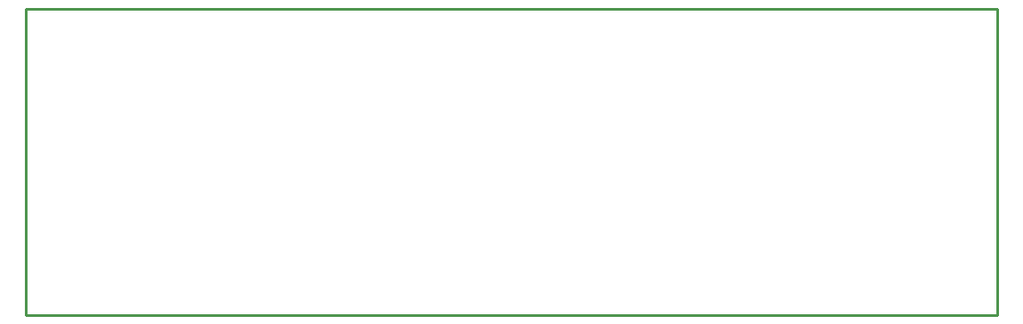
<source format=gko>
G04 Layer: BoardOutlineLayer*
G04 EasyEDA Pro v1.7.24, 2022-06-27 15:34:45*
G04 Gerber Generator version 0.3*
G04 Scale: 100 percent, Rotated: No, Reflected: No*
G04 Dimensions in millimeters*
G04 Leading zeros omitted, absolute positions, 3 integers and 3 decimals*
%FSLAX33Y33*%
%MOMM*%
%ADD10C,0.254*%
G75*


G04 Rect Start*
G54D10*
G01X10414Y73279D02*
G01X10414Y44069D01*
G01X102997D01*
G01Y73279D01*
G01X10414D01*
G04 Rect End*

M02*

</source>
